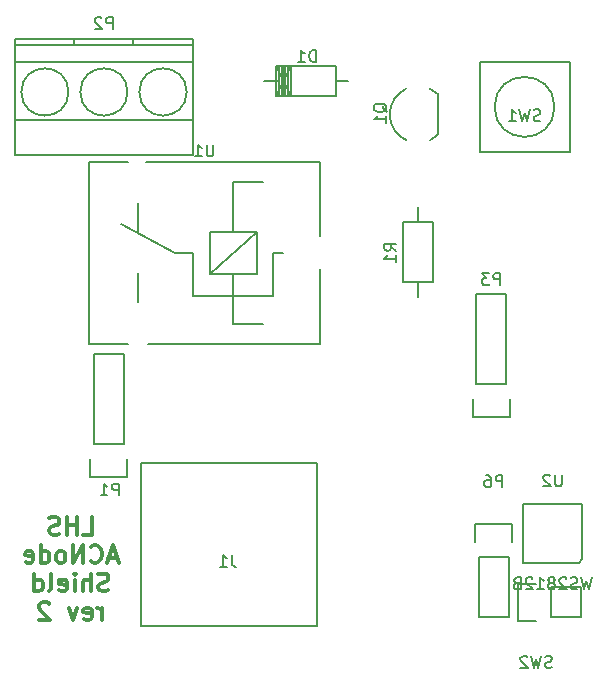
<source format=gbr>
G04 #@! TF.FileFunction,Legend,Bot*
%FSLAX46Y46*%
G04 Gerber Fmt 4.6, Leading zero omitted, Abs format (unit mm)*
G04 Created by KiCad (PCBNEW 4.0.2-stable) date Monday, 03 October 2016 14:03:15*
%MOMM*%
G01*
G04 APERTURE LIST*
%ADD10C,1.000000*%
%ADD11C,0.300000*%
%ADD12C,0.150000*%
%ADD13C,0.200000*%
G04 APERTURE END LIST*
D10*
D11*
X18235714Y-53378571D02*
X18950000Y-53378571D01*
X18950000Y-51878571D01*
X17735714Y-53378571D02*
X17735714Y-51878571D01*
X17735714Y-52592857D02*
X16878571Y-52592857D01*
X16878571Y-53378571D02*
X16878571Y-51878571D01*
X16235714Y-53307143D02*
X16021428Y-53378571D01*
X15664285Y-53378571D01*
X15521428Y-53307143D01*
X15449999Y-53235714D01*
X15378571Y-53092857D01*
X15378571Y-52950000D01*
X15449999Y-52807143D01*
X15521428Y-52735714D01*
X15664285Y-52664286D01*
X15949999Y-52592857D01*
X16092857Y-52521429D01*
X16164285Y-52450000D01*
X16235714Y-52307143D01*
X16235714Y-52164286D01*
X16164285Y-52021429D01*
X16092857Y-51950000D01*
X15949999Y-51878571D01*
X15592857Y-51878571D01*
X15378571Y-51950000D01*
X21092857Y-55350000D02*
X20378571Y-55350000D01*
X21235714Y-55778571D02*
X20735714Y-54278571D01*
X20235714Y-55778571D01*
X18878571Y-55635714D02*
X18950000Y-55707143D01*
X19164286Y-55778571D01*
X19307143Y-55778571D01*
X19521428Y-55707143D01*
X19664286Y-55564286D01*
X19735714Y-55421429D01*
X19807143Y-55135714D01*
X19807143Y-54921429D01*
X19735714Y-54635714D01*
X19664286Y-54492857D01*
X19521428Y-54350000D01*
X19307143Y-54278571D01*
X19164286Y-54278571D01*
X18950000Y-54350000D01*
X18878571Y-54421429D01*
X18235714Y-55778571D02*
X18235714Y-54278571D01*
X17378571Y-55778571D01*
X17378571Y-54278571D01*
X16449999Y-55778571D02*
X16592857Y-55707143D01*
X16664285Y-55635714D01*
X16735714Y-55492857D01*
X16735714Y-55064286D01*
X16664285Y-54921429D01*
X16592857Y-54850000D01*
X16449999Y-54778571D01*
X16235714Y-54778571D01*
X16092857Y-54850000D01*
X16021428Y-54921429D01*
X15949999Y-55064286D01*
X15949999Y-55492857D01*
X16021428Y-55635714D01*
X16092857Y-55707143D01*
X16235714Y-55778571D01*
X16449999Y-55778571D01*
X14664285Y-55778571D02*
X14664285Y-54278571D01*
X14664285Y-55707143D02*
X14807142Y-55778571D01*
X15092856Y-55778571D01*
X15235714Y-55707143D01*
X15307142Y-55635714D01*
X15378571Y-55492857D01*
X15378571Y-55064286D01*
X15307142Y-54921429D01*
X15235714Y-54850000D01*
X15092856Y-54778571D01*
X14807142Y-54778571D01*
X14664285Y-54850000D01*
X13378571Y-55707143D02*
X13521428Y-55778571D01*
X13807142Y-55778571D01*
X13949999Y-55707143D01*
X14021428Y-55564286D01*
X14021428Y-54992857D01*
X13949999Y-54850000D01*
X13807142Y-54778571D01*
X13521428Y-54778571D01*
X13378571Y-54850000D01*
X13307142Y-54992857D01*
X13307142Y-55135714D01*
X14021428Y-55278571D01*
X20378571Y-58107143D02*
X20164285Y-58178571D01*
X19807142Y-58178571D01*
X19664285Y-58107143D01*
X19592856Y-58035714D01*
X19521428Y-57892857D01*
X19521428Y-57750000D01*
X19592856Y-57607143D01*
X19664285Y-57535714D01*
X19807142Y-57464286D01*
X20092856Y-57392857D01*
X20235714Y-57321429D01*
X20307142Y-57250000D01*
X20378571Y-57107143D01*
X20378571Y-56964286D01*
X20307142Y-56821429D01*
X20235714Y-56750000D01*
X20092856Y-56678571D01*
X19735714Y-56678571D01*
X19521428Y-56750000D01*
X18878571Y-58178571D02*
X18878571Y-56678571D01*
X18235714Y-58178571D02*
X18235714Y-57392857D01*
X18307143Y-57250000D01*
X18450000Y-57178571D01*
X18664285Y-57178571D01*
X18807143Y-57250000D01*
X18878571Y-57321429D01*
X17521428Y-58178571D02*
X17521428Y-57178571D01*
X17521428Y-56678571D02*
X17592857Y-56750000D01*
X17521428Y-56821429D01*
X17450000Y-56750000D01*
X17521428Y-56678571D01*
X17521428Y-56821429D01*
X16235714Y-58107143D02*
X16378571Y-58178571D01*
X16664285Y-58178571D01*
X16807142Y-58107143D01*
X16878571Y-57964286D01*
X16878571Y-57392857D01*
X16807142Y-57250000D01*
X16664285Y-57178571D01*
X16378571Y-57178571D01*
X16235714Y-57250000D01*
X16164285Y-57392857D01*
X16164285Y-57535714D01*
X16878571Y-57678571D01*
X15307142Y-58178571D02*
X15450000Y-58107143D01*
X15521428Y-57964286D01*
X15521428Y-56678571D01*
X14092857Y-58178571D02*
X14092857Y-56678571D01*
X14092857Y-58107143D02*
X14235714Y-58178571D01*
X14521428Y-58178571D01*
X14664286Y-58107143D01*
X14735714Y-58035714D01*
X14807143Y-57892857D01*
X14807143Y-57464286D01*
X14735714Y-57321429D01*
X14664286Y-57250000D01*
X14521428Y-57178571D01*
X14235714Y-57178571D01*
X14092857Y-57250000D01*
X19807142Y-60578571D02*
X19807142Y-59578571D01*
X19807142Y-59864286D02*
X19735714Y-59721429D01*
X19664285Y-59650000D01*
X19521428Y-59578571D01*
X19378571Y-59578571D01*
X18307143Y-60507143D02*
X18450000Y-60578571D01*
X18735714Y-60578571D01*
X18878571Y-60507143D01*
X18950000Y-60364286D01*
X18950000Y-59792857D01*
X18878571Y-59650000D01*
X18735714Y-59578571D01*
X18450000Y-59578571D01*
X18307143Y-59650000D01*
X18235714Y-59792857D01*
X18235714Y-59935714D01*
X18950000Y-60078571D01*
X17735714Y-59578571D02*
X17378571Y-60578571D01*
X17021429Y-59578571D01*
X15378572Y-59221429D02*
X15307143Y-59150000D01*
X15164286Y-59078571D01*
X14807143Y-59078571D01*
X14664286Y-59150000D01*
X14592857Y-59221429D01*
X14521429Y-59364286D01*
X14521429Y-59507143D01*
X14592857Y-59721429D01*
X15450000Y-60578571D01*
X14521429Y-60578571D01*
D12*
X22000000Y-37200000D02*
X18700000Y-37200000D01*
X18700000Y-37200000D02*
X18700000Y-21800000D01*
X18700000Y-21800000D02*
X22050000Y-21800000D01*
X38300000Y-30850000D02*
X38300000Y-37200000D01*
X38300000Y-37200000D02*
X23750000Y-37200000D01*
X38300000Y-28100000D02*
X38300000Y-21800000D01*
X38300000Y-21800000D02*
X23550000Y-21800000D01*
X38300000Y-21850000D02*
X38300000Y-28100000D01*
X22850000Y-33700000D02*
X22850000Y-31250000D01*
X22850000Y-25300000D02*
X22850000Y-27800000D01*
X33450000Y-35550000D02*
X30950000Y-35550000D01*
X34350000Y-29550000D02*
X35150000Y-29550000D01*
X30950000Y-23550000D02*
X33450000Y-23550000D01*
X27550000Y-29550000D02*
X26050000Y-29550000D01*
X26050000Y-29550000D02*
X21450000Y-27050000D01*
X27550000Y-33150000D02*
X34350000Y-33150000D01*
X27550000Y-29550000D02*
X27550000Y-33150000D01*
X34350000Y-29550000D02*
X34350000Y-33150000D01*
X30950000Y-23550000D02*
X30950000Y-27750000D01*
X30950000Y-31350000D02*
X30950000Y-35550000D01*
X28950000Y-31350000D02*
X32950000Y-27750000D01*
X32950000Y-31350000D02*
X32950000Y-27750000D01*
X32950000Y-27750000D02*
X28950000Y-27750000D01*
X28950000Y-27750000D02*
X28950000Y-31350000D01*
X28950000Y-31350000D02*
X32950000Y-31350000D01*
X39620000Y-15002540D02*
X40636000Y-15002540D01*
X34794000Y-15002540D02*
X33524000Y-15002540D01*
X35048000Y-16272540D02*
X35048000Y-13732540D01*
X35302000Y-16272540D02*
X35302000Y-13732540D01*
X35556000Y-16272540D02*
X35556000Y-13732540D01*
X34794000Y-16272540D02*
X34794000Y-13732540D01*
X35810000Y-16272540D02*
X34540000Y-13732540D01*
X34540000Y-16272540D02*
X35810000Y-13732540D01*
X35810000Y-16272540D02*
X35810000Y-13732540D01*
X35175000Y-16272540D02*
X35175000Y-13732540D01*
X34540000Y-13732540D02*
X34540000Y-16272540D01*
X34540000Y-16272540D02*
X39620000Y-16272540D01*
X39620000Y-16272540D02*
X39620000Y-13732540D01*
X39620000Y-13732540D02*
X34540000Y-13732540D01*
X19130000Y-45710000D02*
X19130000Y-38090000D01*
X21670000Y-45710000D02*
X21670000Y-38090000D01*
X21950000Y-48530000D02*
X21950000Y-46980000D01*
X19130000Y-38090000D02*
X21670000Y-38090000D01*
X21670000Y-45710000D02*
X19130000Y-45710000D01*
X18850000Y-46980000D02*
X18850000Y-48530000D01*
X18850000Y-48530000D02*
X21950000Y-48530000D01*
X51530000Y-40610000D02*
X51530000Y-32990000D01*
X54070000Y-40610000D02*
X54070000Y-32990000D01*
X54350000Y-43430000D02*
X54350000Y-41880000D01*
X51530000Y-32990000D02*
X54070000Y-32990000D01*
X54070000Y-40610000D02*
X51530000Y-40610000D01*
X51250000Y-41880000D02*
X51250000Y-43430000D01*
X51250000Y-43430000D02*
X54350000Y-43430000D01*
X54270000Y-55270000D02*
X54270000Y-60350000D01*
X54270000Y-60350000D02*
X51730000Y-60350000D01*
X51730000Y-60350000D02*
X51730000Y-55270000D01*
X51450000Y-52450000D02*
X51450000Y-54000000D01*
X51730000Y-55270000D02*
X54270000Y-55270000D01*
X54550000Y-54000000D02*
X54550000Y-52450000D01*
X54550000Y-52450000D02*
X51450000Y-52450000D01*
X47596990Y-15612305D02*
G75*
G02X48300000Y-16100000I-996990J-2187695D01*
G01*
X47596990Y-19987695D02*
G75*
G03X48300000Y-19500000I-996990J2187695D01*
G01*
X48300000Y-16100000D02*
X48300000Y-19500000D01*
X45606873Y-15615121D02*
G75*
G03X44200000Y-17800000I993127J-2184879D01*
G01*
X45606873Y-19984879D02*
G75*
G02X44200000Y-17800000I993127J2184879D01*
G01*
X45330000Y-26940000D02*
X45330000Y-32020000D01*
X45330000Y-32020000D02*
X47870000Y-32020000D01*
X47870000Y-32020000D02*
X47870000Y-26940000D01*
X47870000Y-26940000D02*
X45330000Y-26940000D01*
X46600000Y-26940000D02*
X46600000Y-25670000D01*
X46600000Y-32020000D02*
X46600000Y-33290000D01*
X58150000Y-17160000D02*
G75*
G03X58150000Y-17160000I-2540000J0D01*
G01*
X51800000Y-20970000D02*
X59420000Y-20970000D01*
X59420000Y-20970000D02*
X59420000Y-13350000D01*
X59420000Y-13350000D02*
X51800000Y-13350000D01*
X51800000Y-20970000D02*
X51800000Y-13350000D01*
X55050000Y-57550000D02*
X56600000Y-57550000D01*
X60410000Y-57830000D02*
X57870000Y-57830000D01*
X57870000Y-57830000D02*
X57870000Y-60370000D01*
X56600000Y-60650000D02*
X55050000Y-60650000D01*
X55050000Y-60650000D02*
X55050000Y-57550000D01*
X57870000Y-60370000D02*
X60410000Y-60370000D01*
X60410000Y-60370000D02*
X60410000Y-57830000D01*
D13*
X60500000Y-55450000D02*
X60500000Y-50750000D01*
X60250000Y-55750000D02*
X55500000Y-55750000D01*
X60500000Y-55450000D02*
X60250000Y-55750000D01*
X55500000Y-50750000D02*
X55500000Y-55750000D01*
X60499360Y-50750640D02*
X55500640Y-50750640D01*
D12*
X23150000Y-61100000D02*
X23150000Y-47350000D01*
X38050000Y-61100000D02*
X23150000Y-61100000D01*
X38050000Y-47350000D02*
X38050000Y-61100000D01*
X23150000Y-47350000D02*
X38050000Y-47350000D01*
X27000000Y-15900000D02*
G75*
G03X27000000Y-15900000I-2000000J0D01*
G01*
X22500000Y-11900000D02*
X22500000Y-11400000D01*
X17500000Y-11900000D02*
X17500000Y-11400000D01*
X22000000Y-15900000D02*
G75*
G03X22000000Y-15900000I-2000000J0D01*
G01*
X17000000Y-15900000D02*
G75*
G03X17000000Y-15900000I-2000000J0D01*
G01*
X12500000Y-13400000D02*
X27500000Y-13400000D01*
X12500000Y-18300000D02*
X27500000Y-18300000D01*
X12500000Y-11900000D02*
X27500000Y-11900000D01*
X12500000Y-11400000D02*
X27500000Y-11400000D01*
X27500000Y-11400000D02*
X27500000Y-21200000D01*
X27500000Y-21200000D02*
X12500000Y-21200000D01*
X12500000Y-21200000D02*
X12500000Y-11400000D01*
X29261905Y-20352381D02*
X29261905Y-21161905D01*
X29214286Y-21257143D01*
X29166667Y-21304762D01*
X29071429Y-21352381D01*
X28880952Y-21352381D01*
X28785714Y-21304762D01*
X28738095Y-21257143D01*
X28690476Y-21161905D01*
X28690476Y-20352381D01*
X27690476Y-21352381D02*
X28261905Y-21352381D01*
X27976191Y-21352381D02*
X27976191Y-20352381D01*
X28071429Y-20495238D01*
X28166667Y-20590476D01*
X28261905Y-20638095D01*
X37938095Y-13354921D02*
X37938095Y-12354921D01*
X37700000Y-12354921D01*
X37557142Y-12402540D01*
X37461904Y-12497778D01*
X37414285Y-12593016D01*
X37366666Y-12783492D01*
X37366666Y-12926350D01*
X37414285Y-13116826D01*
X37461904Y-13212064D01*
X37557142Y-13307302D01*
X37700000Y-13354921D01*
X37938095Y-13354921D01*
X36414285Y-13354921D02*
X36985714Y-13354921D01*
X36700000Y-13354921D02*
X36700000Y-12354921D01*
X36795238Y-12497778D01*
X36890476Y-12593016D01*
X36985714Y-12640635D01*
X21238095Y-50052381D02*
X21238095Y-49052381D01*
X20857142Y-49052381D01*
X20761904Y-49100000D01*
X20714285Y-49147619D01*
X20666666Y-49242857D01*
X20666666Y-49385714D01*
X20714285Y-49480952D01*
X20761904Y-49528571D01*
X20857142Y-49576190D01*
X21238095Y-49576190D01*
X19714285Y-50052381D02*
X20285714Y-50052381D01*
X20000000Y-50052381D02*
X20000000Y-49052381D01*
X20095238Y-49195238D01*
X20190476Y-49290476D01*
X20285714Y-49338095D01*
X53538095Y-32252381D02*
X53538095Y-31252381D01*
X53157142Y-31252381D01*
X53061904Y-31300000D01*
X53014285Y-31347619D01*
X52966666Y-31442857D01*
X52966666Y-31585714D01*
X53014285Y-31680952D01*
X53061904Y-31728571D01*
X53157142Y-31776190D01*
X53538095Y-31776190D01*
X52633333Y-31252381D02*
X52014285Y-31252381D01*
X52347619Y-31633333D01*
X52204761Y-31633333D01*
X52109523Y-31680952D01*
X52061904Y-31728571D01*
X52014285Y-31823810D01*
X52014285Y-32061905D01*
X52061904Y-32157143D01*
X52109523Y-32204762D01*
X52204761Y-32252381D01*
X52490476Y-32252381D01*
X52585714Y-32204762D01*
X52633333Y-32157143D01*
X53738095Y-49352381D02*
X53738095Y-48352381D01*
X53357142Y-48352381D01*
X53261904Y-48400000D01*
X53214285Y-48447619D01*
X53166666Y-48542857D01*
X53166666Y-48685714D01*
X53214285Y-48780952D01*
X53261904Y-48828571D01*
X53357142Y-48876190D01*
X53738095Y-48876190D01*
X52309523Y-48352381D02*
X52500000Y-48352381D01*
X52595238Y-48400000D01*
X52642857Y-48447619D01*
X52738095Y-48590476D01*
X52785714Y-48780952D01*
X52785714Y-49161905D01*
X52738095Y-49257143D01*
X52690476Y-49304762D01*
X52595238Y-49352381D01*
X52404761Y-49352381D01*
X52309523Y-49304762D01*
X52261904Y-49257143D01*
X52214285Y-49161905D01*
X52214285Y-48923810D01*
X52261904Y-48828571D01*
X52309523Y-48780952D01*
X52404761Y-48733333D01*
X52595238Y-48733333D01*
X52690476Y-48780952D01*
X52738095Y-48828571D01*
X52785714Y-48923810D01*
X43947619Y-17604762D02*
X43900000Y-17509524D01*
X43804762Y-17414286D01*
X43661905Y-17271429D01*
X43614286Y-17176190D01*
X43614286Y-17080952D01*
X43852381Y-17128571D02*
X43804762Y-17033333D01*
X43709524Y-16938095D01*
X43519048Y-16890476D01*
X43185714Y-16890476D01*
X42995238Y-16938095D01*
X42900000Y-17033333D01*
X42852381Y-17128571D01*
X42852381Y-17319048D01*
X42900000Y-17414286D01*
X42995238Y-17509524D01*
X43185714Y-17557143D01*
X43519048Y-17557143D01*
X43709524Y-17509524D01*
X43804762Y-17414286D01*
X43852381Y-17319048D01*
X43852381Y-17128571D01*
X43852381Y-18509524D02*
X43852381Y-17938095D01*
X43852381Y-18223809D02*
X42852381Y-18223809D01*
X42995238Y-18128571D01*
X43090476Y-18033333D01*
X43138095Y-17938095D01*
X44752381Y-29333334D02*
X44276190Y-29000000D01*
X44752381Y-28761905D02*
X43752381Y-28761905D01*
X43752381Y-29142858D01*
X43800000Y-29238096D01*
X43847619Y-29285715D01*
X43942857Y-29333334D01*
X44085714Y-29333334D01*
X44180952Y-29285715D01*
X44228571Y-29238096D01*
X44276190Y-29142858D01*
X44276190Y-28761905D01*
X44752381Y-30285715D02*
X44752381Y-29714286D01*
X44752381Y-30000000D02*
X43752381Y-30000000D01*
X43895238Y-29904762D01*
X43990476Y-29809524D01*
X44038095Y-29714286D01*
X56943333Y-18326762D02*
X56800476Y-18374381D01*
X56562380Y-18374381D01*
X56467142Y-18326762D01*
X56419523Y-18279143D01*
X56371904Y-18183905D01*
X56371904Y-18088667D01*
X56419523Y-17993429D01*
X56467142Y-17945810D01*
X56562380Y-17898190D01*
X56752857Y-17850571D01*
X56848095Y-17802952D01*
X56895714Y-17755333D01*
X56943333Y-17660095D01*
X56943333Y-17564857D01*
X56895714Y-17469619D01*
X56848095Y-17422000D01*
X56752857Y-17374381D01*
X56514761Y-17374381D01*
X56371904Y-17422000D01*
X56038571Y-17374381D02*
X55800476Y-18374381D01*
X55609999Y-17660095D01*
X55419523Y-18374381D01*
X55181428Y-17374381D01*
X54276666Y-18374381D02*
X54848095Y-18374381D01*
X54562381Y-18374381D02*
X54562381Y-17374381D01*
X54657619Y-17517238D01*
X54752857Y-17612476D01*
X54848095Y-17660095D01*
X57933333Y-64604762D02*
X57790476Y-64652381D01*
X57552380Y-64652381D01*
X57457142Y-64604762D01*
X57409523Y-64557143D01*
X57361904Y-64461905D01*
X57361904Y-64366667D01*
X57409523Y-64271429D01*
X57457142Y-64223810D01*
X57552380Y-64176190D01*
X57742857Y-64128571D01*
X57838095Y-64080952D01*
X57885714Y-64033333D01*
X57933333Y-63938095D01*
X57933333Y-63842857D01*
X57885714Y-63747619D01*
X57838095Y-63700000D01*
X57742857Y-63652381D01*
X57504761Y-63652381D01*
X57361904Y-63700000D01*
X57028571Y-63652381D02*
X56790476Y-64652381D01*
X56599999Y-63938095D01*
X56409523Y-64652381D01*
X56171428Y-63652381D01*
X55838095Y-63747619D02*
X55790476Y-63700000D01*
X55695238Y-63652381D01*
X55457142Y-63652381D01*
X55361904Y-63700000D01*
X55314285Y-63747619D01*
X55266666Y-63842857D01*
X55266666Y-63938095D01*
X55314285Y-64080952D01*
X55885714Y-64652381D01*
X55266666Y-64652381D01*
D13*
X58761905Y-48302381D02*
X58761905Y-49111905D01*
X58714286Y-49207143D01*
X58666667Y-49254762D01*
X58571429Y-49302381D01*
X58380952Y-49302381D01*
X58285714Y-49254762D01*
X58238095Y-49207143D01*
X58190476Y-49111905D01*
X58190476Y-48302381D01*
X57761905Y-48397619D02*
X57714286Y-48350000D01*
X57619048Y-48302381D01*
X57380952Y-48302381D01*
X57285714Y-48350000D01*
X57238095Y-48397619D01*
X57190476Y-48492857D01*
X57190476Y-48588095D01*
X57238095Y-48730952D01*
X57809524Y-49302381D01*
X57190476Y-49302381D01*
X61284524Y-57002381D02*
X61046429Y-58002381D01*
X60855952Y-57288095D01*
X60665476Y-58002381D01*
X60427381Y-57002381D01*
X60094048Y-57954762D02*
X59951191Y-58002381D01*
X59713095Y-58002381D01*
X59617857Y-57954762D01*
X59570238Y-57907143D01*
X59522619Y-57811905D01*
X59522619Y-57716667D01*
X59570238Y-57621429D01*
X59617857Y-57573810D01*
X59713095Y-57526190D01*
X59903572Y-57478571D01*
X59998810Y-57430952D01*
X60046429Y-57383333D01*
X60094048Y-57288095D01*
X60094048Y-57192857D01*
X60046429Y-57097619D01*
X59998810Y-57050000D01*
X59903572Y-57002381D01*
X59665476Y-57002381D01*
X59522619Y-57050000D01*
X59141667Y-57097619D02*
X59094048Y-57050000D01*
X58998810Y-57002381D01*
X58760714Y-57002381D01*
X58665476Y-57050000D01*
X58617857Y-57097619D01*
X58570238Y-57192857D01*
X58570238Y-57288095D01*
X58617857Y-57430952D01*
X59189286Y-58002381D01*
X58570238Y-58002381D01*
X57998810Y-57430952D02*
X58094048Y-57383333D01*
X58141667Y-57335714D01*
X58189286Y-57240476D01*
X58189286Y-57192857D01*
X58141667Y-57097619D01*
X58094048Y-57050000D01*
X57998810Y-57002381D01*
X57808333Y-57002381D01*
X57713095Y-57050000D01*
X57665476Y-57097619D01*
X57617857Y-57192857D01*
X57617857Y-57240476D01*
X57665476Y-57335714D01*
X57713095Y-57383333D01*
X57808333Y-57430952D01*
X57998810Y-57430952D01*
X58094048Y-57478571D01*
X58141667Y-57526190D01*
X58189286Y-57621429D01*
X58189286Y-57811905D01*
X58141667Y-57907143D01*
X58094048Y-57954762D01*
X57998810Y-58002381D01*
X57808333Y-58002381D01*
X57713095Y-57954762D01*
X57665476Y-57907143D01*
X57617857Y-57811905D01*
X57617857Y-57621429D01*
X57665476Y-57526190D01*
X57713095Y-57478571D01*
X57808333Y-57430952D01*
X56665476Y-58002381D02*
X57236905Y-58002381D01*
X56951191Y-58002381D02*
X56951191Y-57002381D01*
X57046429Y-57145238D01*
X57141667Y-57240476D01*
X57236905Y-57288095D01*
X56284524Y-57097619D02*
X56236905Y-57050000D01*
X56141667Y-57002381D01*
X55903571Y-57002381D01*
X55808333Y-57050000D01*
X55760714Y-57097619D01*
X55713095Y-57192857D01*
X55713095Y-57288095D01*
X55760714Y-57430952D01*
X56332143Y-58002381D01*
X55713095Y-58002381D01*
X54951190Y-57478571D02*
X54808333Y-57526190D01*
X54760714Y-57573810D01*
X54713095Y-57669048D01*
X54713095Y-57811905D01*
X54760714Y-57907143D01*
X54808333Y-57954762D01*
X54903571Y-58002381D01*
X55284524Y-58002381D01*
X55284524Y-57002381D01*
X54951190Y-57002381D01*
X54855952Y-57050000D01*
X54808333Y-57097619D01*
X54760714Y-57192857D01*
X54760714Y-57288095D01*
X54808333Y-57383333D01*
X54855952Y-57430952D01*
X54951190Y-57478571D01*
X55284524Y-57478571D01*
D12*
X30833333Y-55102381D02*
X30833333Y-55816667D01*
X30880953Y-55959524D01*
X30976191Y-56054762D01*
X31119048Y-56102381D01*
X31214286Y-56102381D01*
X29833333Y-56102381D02*
X30404762Y-56102381D01*
X30119048Y-56102381D02*
X30119048Y-55102381D01*
X30214286Y-55245238D01*
X30309524Y-55340476D01*
X30404762Y-55388095D01*
X20738095Y-10552381D02*
X20738095Y-9552381D01*
X20357142Y-9552381D01*
X20261904Y-9600000D01*
X20214285Y-9647619D01*
X20166666Y-9742857D01*
X20166666Y-9885714D01*
X20214285Y-9980952D01*
X20261904Y-10028571D01*
X20357142Y-10076190D01*
X20738095Y-10076190D01*
X19785714Y-9647619D02*
X19738095Y-9600000D01*
X19642857Y-9552381D01*
X19404761Y-9552381D01*
X19309523Y-9600000D01*
X19261904Y-9647619D01*
X19214285Y-9742857D01*
X19214285Y-9838095D01*
X19261904Y-9980952D01*
X19833333Y-10552381D01*
X19214285Y-10552381D01*
M02*

</source>
